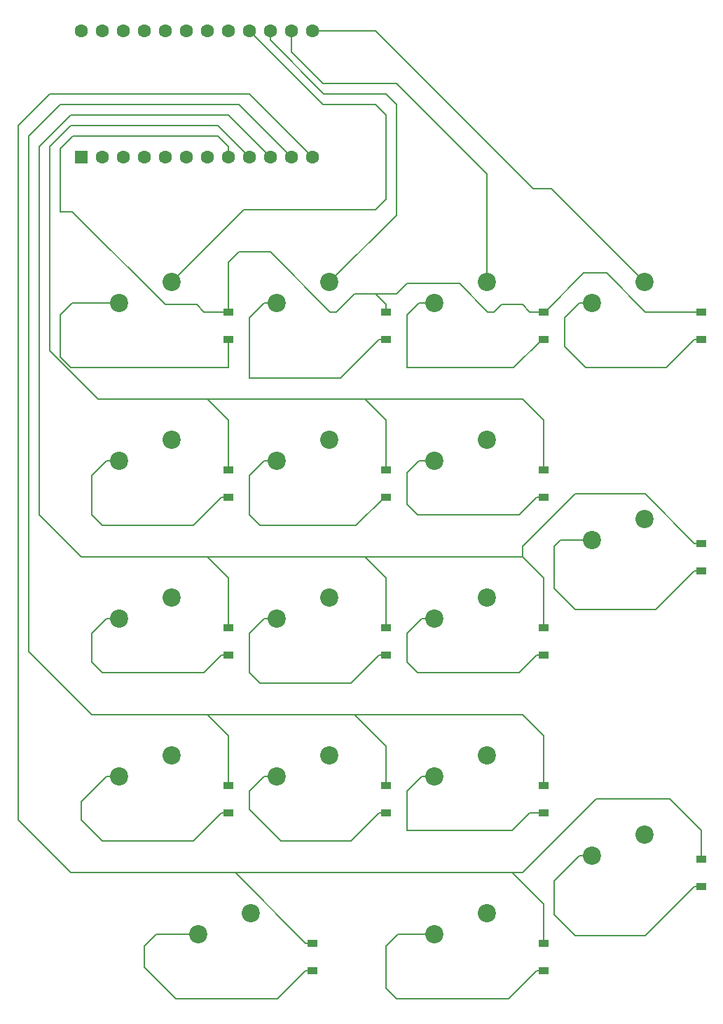
<source format=gtl>
G04 #@! TF.GenerationSoftware,KiCad,Pcbnew,(5.1.4)-1*
G04 #@! TF.CreationDate,2021-10-14T17:59:47+07:00*
G04 #@! TF.ProjectId,Keypad_pcb,4b657970-6164-45f7-9063-622e6b696361,rev?*
G04 #@! TF.SameCoordinates,Original*
G04 #@! TF.FileFunction,Copper,L1,Top*
G04 #@! TF.FilePolarity,Positive*
%FSLAX46Y46*%
G04 Gerber Fmt 4.6, Leading zero omitted, Abs format (unit mm)*
G04 Created by KiCad (PCBNEW (5.1.4)-1) date 2021-10-14 17:59:47*
%MOMM*%
%LPD*%
G04 APERTURE LIST*
%ADD10C,2.200000*%
%ADD11C,1.600000*%
%ADD12R,1.600000X1.600000*%
%ADD13R,1.200000X0.900000*%
%ADD14C,0.400000*%
%ADD15C,0.200000*%
G04 APERTURE END LIST*
D10*
X45243750Y-110331250D03*
X38893750Y-112871250D03*
D11*
X34290000Y-60960000D03*
X36830000Y-60960000D03*
X39370000Y-60960000D03*
X41910000Y-60960000D03*
X44450000Y-60960000D03*
X46990000Y-60960000D03*
X49530000Y-60960000D03*
X52070000Y-60960000D03*
X54610000Y-60960000D03*
X57150000Y-60960000D03*
X59690000Y-60960000D03*
X62230000Y-60960000D03*
X62230000Y-76200000D03*
X59690000Y-76200000D03*
X57150000Y-76200000D03*
X54610000Y-76200000D03*
X52070000Y-76200000D03*
X49530000Y-76200000D03*
X46990000Y-76200000D03*
X44450000Y-76200000D03*
X41910000Y-76200000D03*
X39370000Y-76200000D03*
X36830000Y-76200000D03*
D12*
X34290000Y-76200000D03*
D10*
X76993750Y-170021250D03*
X83343750Y-167481250D03*
D13*
X109220000Y-160910000D03*
X109220000Y-164210000D03*
X90170000Y-171070000D03*
X90170000Y-174370000D03*
X62230000Y-171070000D03*
X62230000Y-174370000D03*
X90170000Y-152020000D03*
X90170000Y-155320000D03*
X71120000Y-152020000D03*
X71120000Y-155320000D03*
X52070000Y-152020000D03*
X52070000Y-155320000D03*
X90170000Y-132970000D03*
X90170000Y-136270000D03*
X71120000Y-132970000D03*
X71120000Y-136270000D03*
X52070000Y-132970000D03*
X52070000Y-136270000D03*
X109220000Y-122810000D03*
X109220000Y-126110000D03*
X90170000Y-113920000D03*
X90170000Y-117220000D03*
X71120000Y-113920000D03*
X71120000Y-117220000D03*
X52070000Y-113920000D03*
X52070000Y-117220000D03*
X109220000Y-94870000D03*
X109220000Y-98170000D03*
X90170000Y-94870000D03*
X90170000Y-98170000D03*
X71120000Y-94870000D03*
X71120000Y-98170000D03*
X52070000Y-94870000D03*
X52070000Y-98170000D03*
D10*
X48418750Y-170021250D03*
X54768750Y-167481250D03*
X96043750Y-160496250D03*
X102393750Y-157956250D03*
X96043750Y-122396250D03*
X102393750Y-119856250D03*
X45243750Y-91281250D03*
X38893750Y-93821250D03*
X57943750Y-93821250D03*
X64293750Y-91281250D03*
X83343750Y-91281250D03*
X76993750Y-93821250D03*
X96043750Y-93821250D03*
X102393750Y-91281250D03*
X57943750Y-112871250D03*
X64293750Y-110331250D03*
X83343750Y-110331250D03*
X76993750Y-112871250D03*
X38893750Y-131921250D03*
X45243750Y-129381250D03*
X64293750Y-129381250D03*
X57943750Y-131921250D03*
X76993750Y-131921250D03*
X83343750Y-129381250D03*
X45243750Y-148431250D03*
X38893750Y-150971250D03*
X57943750Y-150971250D03*
X64293750Y-148431250D03*
X83343750Y-148431250D03*
X76993750Y-150971250D03*
D14*
X45243750Y-91281250D03*
D15*
X38893750Y-93821250D02*
X33178750Y-93821250D01*
X33178750Y-93821250D02*
X31750000Y-95250000D01*
X31750000Y-95250000D02*
X31750000Y-100330000D01*
X31750000Y-100330000D02*
X33020000Y-101600000D01*
X33020000Y-101600000D02*
X52070000Y-101600000D01*
X52070000Y-101600000D02*
X52070000Y-98170000D01*
X33239999Y-82769999D02*
X44450000Y-93980000D01*
X44450000Y-93980000D02*
X48260000Y-93980000D01*
X49150000Y-94870000D02*
X52070000Y-94870000D01*
X48260000Y-93980000D02*
X49150000Y-94870000D01*
X31750000Y-75199999D02*
X31750000Y-82769999D01*
X33289999Y-73660000D02*
X31750000Y-75199999D01*
X50800000Y-73660000D02*
X33289999Y-73660000D01*
X52070000Y-76200000D02*
X52070000Y-74930000D01*
X52070000Y-74930000D02*
X50800000Y-73660000D01*
X31750000Y-82769999D02*
X33239999Y-82769999D01*
X52070000Y-94870000D02*
X52070000Y-88900000D01*
X52070000Y-88900000D02*
X53340000Y-87630000D01*
X53340000Y-87630000D02*
X57150000Y-87630000D01*
X64390000Y-94870000D02*
X65150000Y-94870000D01*
X57150000Y-87630000D02*
X64390000Y-94870000D01*
X65150000Y-94870000D02*
X67310000Y-92710000D01*
X67310000Y-92710000D02*
X69850000Y-92710000D01*
X71120000Y-93980000D02*
X71120000Y-94870000D01*
X69850000Y-92710000D02*
X71120000Y-93980000D01*
X84200000Y-94870000D02*
X85090000Y-93980000D01*
X69850000Y-92710000D02*
X72390000Y-92710000D01*
X72390000Y-92710000D02*
X73660000Y-91440000D01*
X83440000Y-94870000D02*
X84200000Y-94870000D01*
X80010000Y-91440000D02*
X83440000Y-94870000D01*
X73660000Y-91440000D02*
X80010000Y-91440000D01*
X85090000Y-93980000D02*
X87630000Y-93980000D01*
X88520000Y-94870000D02*
X90170000Y-94870000D01*
X87630000Y-93980000D02*
X88520000Y-94870000D01*
X90320000Y-94870000D02*
X95020000Y-90170000D01*
X90170000Y-94870000D02*
X90320000Y-94870000D01*
X95020000Y-90170000D02*
X97790000Y-90170000D01*
X102490000Y-94870000D02*
X109220000Y-94870000D01*
X97790000Y-90170000D02*
X102490000Y-94870000D01*
X56388116Y-93821250D02*
X54610000Y-95599366D01*
X57943750Y-93821250D02*
X56388116Y-93821250D01*
X54610000Y-95599366D02*
X54610000Y-102870000D01*
X70320000Y-98170000D02*
X71120000Y-98170000D01*
X65620000Y-102870000D02*
X70320000Y-98170000D01*
X54610000Y-102870000D02*
X65620000Y-102870000D01*
X90020000Y-98170000D02*
X90170000Y-98170000D01*
X86590000Y-101600000D02*
X90020000Y-98170000D01*
X73660000Y-101600000D02*
X86590000Y-101600000D01*
X73660000Y-95250000D02*
X73660000Y-101600000D01*
X75088750Y-93821250D02*
X73660000Y-95250000D01*
X76993750Y-93821250D02*
X75088750Y-93821250D01*
X94488116Y-93821250D02*
X92710000Y-95599366D01*
X96043750Y-93821250D02*
X94488116Y-93821250D01*
X92710000Y-95599366D02*
X92710000Y-99060000D01*
X92710000Y-99060000D02*
X95250000Y-101600000D01*
X108420000Y-98170000D02*
X109220000Y-98170000D01*
X104990000Y-101600000D02*
X108420000Y-98170000D01*
X95250000Y-101600000D02*
X104990000Y-101600000D01*
X51270000Y-117220000D02*
X52070000Y-117220000D01*
X37338116Y-112871250D02*
X35560000Y-114649366D01*
X38893750Y-112871250D02*
X37338116Y-112871250D01*
X35560000Y-114649366D02*
X35560000Y-119380000D01*
X35560000Y-119380000D02*
X36830000Y-120650000D01*
X47840000Y-120650000D02*
X49320000Y-119170000D01*
X36830000Y-120650000D02*
X47840000Y-120650000D01*
X49110000Y-119380000D02*
X49320000Y-119170000D01*
X49320000Y-119170000D02*
X51270000Y-117220000D01*
X52070000Y-107950000D02*
X52070000Y-113920000D01*
X50800000Y-72390000D02*
X33020000Y-72390000D01*
X54610000Y-76200000D02*
X50800000Y-72390000D01*
X49530000Y-105410000D02*
X52070000Y-107950000D01*
X33020000Y-72390000D02*
X30480000Y-74930000D01*
X30480000Y-74930000D02*
X30480000Y-99554988D01*
X30480000Y-99554988D02*
X36335012Y-105410000D01*
X36335012Y-105410000D02*
X49530000Y-105410000D01*
X49530000Y-105410000D02*
X68580000Y-105410000D01*
X71120000Y-107950000D02*
X71120000Y-113920000D01*
X68580000Y-105410000D02*
X71120000Y-107950000D01*
X68580000Y-105410000D02*
X87630000Y-105410000D01*
X87630000Y-105410000D02*
X90170000Y-107950000D01*
X90170000Y-107950000D02*
X90170000Y-113920000D01*
X70970000Y-117220000D02*
X71120000Y-117220000D01*
X57943750Y-112871250D02*
X56388116Y-112871250D01*
X56388116Y-112871250D02*
X54610000Y-114649366D01*
X54610000Y-114649366D02*
X54610000Y-119380000D01*
X54610000Y-119380000D02*
X55880000Y-120650000D01*
X55880000Y-120650000D02*
X67540000Y-120650000D01*
X67540000Y-120650000D02*
X70970000Y-117220000D01*
X76993750Y-112871250D02*
X75088750Y-112871250D01*
X75088750Y-112871250D02*
X73660000Y-114300000D01*
X73660000Y-114300000D02*
X73660000Y-118110000D01*
X73660000Y-118110000D02*
X74930000Y-119380000D01*
X89370000Y-117220000D02*
X90170000Y-117220000D01*
X87210000Y-119380000D02*
X89370000Y-117220000D01*
X74930000Y-119380000D02*
X87210000Y-119380000D01*
X96043750Y-122396250D02*
X92233750Y-122396250D01*
X92233750Y-122396250D02*
X91440000Y-123190000D01*
X91440000Y-123190000D02*
X91440000Y-128270000D01*
X91440000Y-128270000D02*
X93980000Y-130810000D01*
X108420000Y-126110000D02*
X109220000Y-126110000D01*
X103720000Y-130810000D02*
X108420000Y-126110000D01*
X93980000Y-130810000D02*
X103720000Y-130810000D01*
X37338116Y-131921250D02*
X35560000Y-133699366D01*
X38893750Y-131921250D02*
X37338116Y-131921250D01*
X35560000Y-133699366D02*
X35560000Y-137160000D01*
X35560000Y-137160000D02*
X36830000Y-138430000D01*
X51270000Y-136270000D02*
X52070000Y-136270000D01*
X49110000Y-138430000D02*
X51270000Y-136270000D01*
X36830000Y-138430000D02*
X49110000Y-138430000D01*
X29210000Y-74930000D02*
X29210000Y-115345502D01*
X33020000Y-71120000D02*
X29210000Y-74930000D01*
X57150000Y-76200000D02*
X52070000Y-71120000D01*
X52070000Y-71120000D02*
X33020000Y-71120000D01*
X52070000Y-132970000D02*
X52070000Y-127000000D01*
X52070000Y-127000000D02*
X49530000Y-124460000D01*
X29210000Y-115345502D02*
X29210000Y-119380000D01*
X29210000Y-119380000D02*
X34290000Y-124460000D01*
X49530000Y-124460000D02*
X34290000Y-124460000D01*
X71120000Y-127000000D02*
X71120000Y-132970000D01*
X49530000Y-124460000D02*
X68580000Y-124460000D01*
X68580000Y-124460000D02*
X71120000Y-127000000D01*
X68580000Y-124460000D02*
X87630000Y-124460000D01*
X87630000Y-124460000D02*
X90170000Y-127000000D01*
X90170000Y-127000000D02*
X90170000Y-132970000D01*
X87630000Y-124460000D02*
X87630000Y-123190000D01*
X87630000Y-123190000D02*
X93980000Y-116840000D01*
X108420000Y-122810000D02*
X109220000Y-122810000D01*
X102450000Y-116840000D02*
X108420000Y-122810000D01*
X93980000Y-116840000D02*
X102450000Y-116840000D01*
X70320000Y-136270000D02*
X71120000Y-136270000D01*
X56388116Y-131921250D02*
X54610000Y-133699366D01*
X54610000Y-133699366D02*
X54610000Y-138430000D01*
X57943750Y-131921250D02*
X56388116Y-131921250D01*
X54610000Y-138430000D02*
X55880000Y-139700000D01*
X55880000Y-139700000D02*
X66890000Y-139700000D01*
X66890000Y-139700000D02*
X70320000Y-136270000D01*
X75438116Y-131921250D02*
X73660000Y-133699366D01*
X76993750Y-131921250D02*
X75438116Y-131921250D01*
X73660000Y-133699366D02*
X73660000Y-137160000D01*
X73660000Y-137160000D02*
X74930000Y-138430000D01*
X89370000Y-136270000D02*
X90170000Y-136270000D01*
X87210000Y-138430000D02*
X89370000Y-136270000D01*
X74930000Y-138430000D02*
X87210000Y-138430000D01*
X37338116Y-150971250D02*
X34290000Y-154019366D01*
X38893750Y-150971250D02*
X37338116Y-150971250D01*
X34290000Y-154019366D02*
X34290000Y-156210000D01*
X34290000Y-156210000D02*
X36830000Y-158750000D01*
X51270000Y-155320000D02*
X52070000Y-155320000D01*
X47840000Y-158750000D02*
X51270000Y-155320000D01*
X36830000Y-158750000D02*
X47840000Y-158750000D01*
X52070000Y-146050000D02*
X52070000Y-152020000D01*
X49530000Y-143510000D02*
X52070000Y-146050000D01*
X53340000Y-69850000D02*
X31750000Y-69850000D01*
X59690000Y-76200000D02*
X53340000Y-69850000D01*
X31750000Y-69850000D02*
X27940000Y-73660000D01*
X27940000Y-73660000D02*
X27940000Y-135890000D01*
X27940000Y-135890000D02*
X35560000Y-143510000D01*
X35560000Y-143510000D02*
X49530000Y-143510000D01*
X49530000Y-143510000D02*
X67310000Y-143510000D01*
X71120000Y-147320000D02*
X71120000Y-152020000D01*
X67310000Y-143510000D02*
X71120000Y-147320000D01*
X67310000Y-143510000D02*
X87630000Y-143510000D01*
X87630000Y-143510000D02*
X90170000Y-146050000D01*
X90170000Y-146050000D02*
X90170000Y-152020000D01*
X56388116Y-150971250D02*
X54610000Y-152749366D01*
X57943750Y-150971250D02*
X56388116Y-150971250D01*
X54610000Y-152749366D02*
X54610000Y-154940000D01*
X54610000Y-154940000D02*
X58420000Y-158750000D01*
X70320000Y-155320000D02*
X71120000Y-155320000D01*
X66890000Y-158750000D02*
X70320000Y-155320000D01*
X58420000Y-158750000D02*
X66890000Y-158750000D01*
X88520000Y-155320000D02*
X90170000Y-155320000D01*
X86360000Y-157480000D02*
X88520000Y-155320000D01*
X73660000Y-157480000D02*
X86360000Y-157480000D01*
X73660000Y-152749366D02*
X73660000Y-157480000D01*
X76993750Y-150971250D02*
X75438116Y-150971250D01*
X75438116Y-150971250D02*
X73660000Y-152749366D01*
X62230000Y-76200000D02*
X54610000Y-68580000D01*
X54610000Y-68580000D02*
X30480000Y-68580000D01*
X30480000Y-68580000D02*
X26670000Y-72390000D01*
X26670000Y-72390000D02*
X26670000Y-156210000D01*
X26670000Y-156210000D02*
X33020000Y-162560000D01*
X61430000Y-171070000D02*
X62230000Y-171070000D01*
X52920000Y-162560000D02*
X61430000Y-171070000D01*
X33020000Y-162560000D02*
X52920000Y-162560000D01*
X90170000Y-166370000D02*
X90170000Y-171070000D01*
X52920000Y-162560000D02*
X86360000Y-162560000D01*
X86360000Y-162560000D02*
X90170000Y-166370000D01*
X86360000Y-162560000D02*
X87630000Y-162560000D01*
X87630000Y-162560000D02*
X96520000Y-153670000D01*
X96520000Y-153670000D02*
X105410000Y-153670000D01*
X109220000Y-157480000D02*
X109220000Y-160910000D01*
X105410000Y-153670000D02*
X109220000Y-157480000D01*
X48418750Y-170021250D02*
X43338750Y-170021250D01*
X43338750Y-170021250D02*
X41910000Y-171450000D01*
X41910000Y-171450000D02*
X41910000Y-173990000D01*
X41910000Y-173990000D02*
X45720000Y-177800000D01*
X61430000Y-174370000D02*
X62230000Y-174370000D01*
X58000000Y-177800000D02*
X61430000Y-174370000D01*
X45720000Y-177800000D02*
X58000000Y-177800000D01*
X76993750Y-170021250D02*
X72548750Y-170021250D01*
X72548750Y-170021250D02*
X71120000Y-171450000D01*
X71120000Y-171450000D02*
X71120000Y-176530000D01*
X71120000Y-176530000D02*
X72390000Y-177800000D01*
X89370000Y-174370000D02*
X90170000Y-174370000D01*
X85940000Y-177800000D02*
X89370000Y-174370000D01*
X72390000Y-177800000D02*
X85940000Y-177800000D01*
X94488116Y-160496250D02*
X91440000Y-163544366D01*
X96043750Y-160496250D02*
X94488116Y-160496250D01*
X91440000Y-163544366D02*
X91440000Y-167640000D01*
X91440000Y-167640000D02*
X93980000Y-170180000D01*
X108420000Y-164210000D02*
X109220000Y-164210000D01*
X102450000Y-170180000D02*
X108420000Y-164210000D01*
X93980000Y-170180000D02*
X102450000Y-170180000D01*
X57150000Y-62091370D02*
X63638630Y-68580000D01*
X57150000Y-60960000D02*
X57150000Y-62091370D01*
X63638630Y-68580000D02*
X71120000Y-68580000D01*
X71120000Y-68580000D02*
X72390000Y-69850000D01*
X72390000Y-83185000D02*
X64293750Y-91281250D01*
X72390000Y-69850000D02*
X72390000Y-83185000D01*
X59690000Y-60960000D02*
X59690000Y-63500000D01*
X59690000Y-63500000D02*
X63500000Y-67310000D01*
X63500000Y-67310000D02*
X72390000Y-67310000D01*
X83343750Y-78263750D02*
X83343750Y-91281250D01*
X72390000Y-67310000D02*
X83343750Y-78263750D01*
X62230000Y-60960000D02*
X69850000Y-60960000D01*
X69850000Y-60960000D02*
X88900000Y-80010000D01*
X91122500Y-80010000D02*
X102393750Y-91281250D01*
X88900000Y-80010000D02*
X91122500Y-80010000D01*
X54610000Y-60960000D02*
X63500000Y-69850000D01*
X63500000Y-69850000D02*
X69850000Y-69850000D01*
X69850000Y-69850000D02*
X71120000Y-71120000D01*
X71120000Y-71120000D02*
X71120000Y-81280000D01*
X71120000Y-81280000D02*
X69850000Y-82550000D01*
X53975000Y-82550000D02*
X45243750Y-91281250D01*
X69850000Y-82550000D02*
X53975000Y-82550000D01*
M02*

</source>
